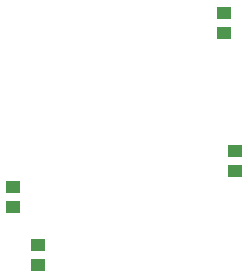
<source format=gbp>
G04*
G04 #@! TF.GenerationSoftware,Altium Limited,Altium Designer,25.8.1 (18)*
G04*
G04 Layer_Color=128*
%FSLAX25Y25*%
%MOIN*%
G70*
G04*
G04 #@! TF.SameCoordinates,9ED927D4-040A-4753-B034-1DC7637F36AC*
G04*
G04*
G04 #@! TF.FilePolarity,Positive*
G04*
G01*
G75*
%ADD25R,0.04700X0.04000*%
D25*
X263000Y184150D02*
D03*
Y190850D02*
D03*
X197500Y159350D02*
D03*
Y152650D02*
D03*
X189000Y178850D02*
D03*
Y172150D02*
D03*
X259500Y230150D02*
D03*
Y236850D02*
D03*
M02*

</source>
